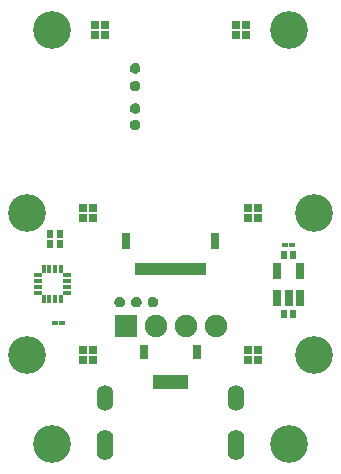
<source format=gbr>
G04*
G04 #@! TF.GenerationSoftware,Altium Limited,Altium Designer,24.1.2 (44)*
G04*
G04 Layer_Color=8388736*
%FSLAX25Y25*%
%MOIN*%
G70*
G04*
G04 #@! TF.SameCoordinates,EC497B79-CED4-4E58-A43C-F9202C23BEB1*
G04*
G04*
G04 #@! TF.FilePolarity,Negative*
G04*
G01*
G75*
%ADD25R,0.03162X0.04737*%
%ADD26R,0.01981X0.04737*%
%ADD27R,0.01981X0.04343*%
%ADD28R,0.02729X0.05426*%
%ADD29R,0.02729X0.05355*%
%ADD30R,0.01975X0.02526*%
%ADD31R,0.01851X0.01676*%
%ADD32R,0.01784X0.02572*%
%ADD33R,0.02572X0.01784*%
%ADD34R,0.03162X0.05524*%
%ADD35R,0.02572X0.02572*%
%ADD36O,0.05524X0.10249*%
%ADD37O,0.05524X0.08674*%
%ADD38C,0.07493*%
%ADD39R,0.07493X0.07493*%
%ADD40C,0.12611*%
G36*
X34407Y60828D02*
X34446Y60824D01*
X34446Y60824D01*
X34750Y60763D01*
X34750D01*
X34761Y60760D01*
X34787Y60752D01*
X34787Y60752D01*
X35074Y60633D01*
X35074Y60633D01*
X35108Y60615D01*
X35366Y60443D01*
X35366Y60443D01*
X35396Y60418D01*
X35615Y60199D01*
X35615Y60199D01*
X35640Y60169D01*
X35812Y59911D01*
X35830Y59877D01*
X35830Y59877D01*
X35949Y59590D01*
X35960Y59553D01*
X36021Y59249D01*
X36025Y59210D01*
Y59055D01*
Y58900D01*
X36021Y58861D01*
X35960Y58557D01*
X35949Y58520D01*
X35830Y58234D01*
X35830Y58233D01*
X35812Y58199D01*
X35640Y57941D01*
X35640Y57941D01*
X35615Y57911D01*
X35396Y57692D01*
X35396Y57692D01*
X35366Y57667D01*
X35108Y57495D01*
X35074Y57477D01*
X35074Y57477D01*
X34787Y57358D01*
X34750Y57347D01*
X34446Y57286D01*
X34407Y57283D01*
X34097D01*
X34058Y57286D01*
X33754Y57347D01*
X33717Y57358D01*
X33430Y57477D01*
X33430Y57477D01*
X33396Y57495D01*
X33138Y57667D01*
X33138Y57667D01*
X33108Y57692D01*
X32889Y57911D01*
X32889Y57911D01*
X32864Y57941D01*
X32692Y58199D01*
X32674Y58233D01*
X32674Y58234D01*
X32555Y58520D01*
X32544Y58557D01*
X32483Y58861D01*
X32479Y58900D01*
Y59055D01*
Y59055D01*
D01*
X32479Y59210D01*
X32483Y59249D01*
X32483Y59249D01*
X32544Y59553D01*
Y59553D01*
X32547Y59564D01*
X32555Y59590D01*
X32555Y59590D01*
X32674Y59877D01*
X32674Y59877D01*
X32692Y59911D01*
X32864Y60169D01*
X32864Y60169D01*
X32889Y60199D01*
X33108Y60418D01*
X33108Y60418D01*
X33138Y60443D01*
X33396Y60615D01*
X33430Y60633D01*
X33430Y60633D01*
X33717Y60752D01*
X33754Y60763D01*
X34058Y60824D01*
X34097Y60828D01*
X34252D01*
X34252D01*
D01*
X34407Y60828D01*
D02*
G37*
G36*
X39919D02*
X39957Y60824D01*
X39957Y60824D01*
X40262Y60763D01*
X40262D01*
X40273Y60760D01*
X40299Y60752D01*
X40299Y60752D01*
X40585Y60633D01*
X40585Y60633D01*
X40620Y60615D01*
X40878Y60443D01*
X40878Y60443D01*
X40907Y60418D01*
X41127Y60199D01*
X41127Y60199D01*
X41151Y60169D01*
X41324Y59911D01*
X41342Y59877D01*
X41342Y59877D01*
X41461Y59590D01*
X41472Y59553D01*
X41533Y59249D01*
X41536Y59210D01*
Y59055D01*
Y58900D01*
X41533Y58861D01*
X41472Y58557D01*
X41461Y58520D01*
X41342Y58234D01*
X41342Y58233D01*
X41324Y58199D01*
X41151Y57941D01*
X41151Y57941D01*
X41127Y57911D01*
X40908Y57692D01*
X40907Y57692D01*
X40878Y57667D01*
X40620Y57495D01*
X40585Y57477D01*
X40585Y57477D01*
X40299Y57358D01*
X40262Y57347D01*
X39957Y57286D01*
X39919Y57283D01*
X39609D01*
X39570Y57286D01*
X39266Y57347D01*
X39229Y57358D01*
X38942Y57477D01*
X38942Y57477D01*
X38908Y57495D01*
X38650Y57667D01*
X38650Y57667D01*
X38620Y57692D01*
X38401Y57911D01*
X38401Y57911D01*
X38376Y57941D01*
X38204Y58199D01*
X38186Y58233D01*
X38185Y58234D01*
X38067Y58520D01*
X38056Y58557D01*
X37995Y58861D01*
X37991Y58900D01*
Y59055D01*
Y59055D01*
D01*
X37991Y59210D01*
X37995Y59249D01*
X37995Y59249D01*
X38056Y59553D01*
Y59553D01*
X38059Y59564D01*
X38067Y59590D01*
X38067Y59590D01*
X38185Y59877D01*
X38186Y59877D01*
X38204Y59911D01*
X38376Y60169D01*
X38376Y60169D01*
X38401Y60199D01*
X38620Y60418D01*
X38620Y60418D01*
X38650Y60443D01*
X38908Y60615D01*
X38942Y60633D01*
X38942Y60633D01*
X39229Y60752D01*
X39266Y60763D01*
X39570Y60824D01*
X39609Y60828D01*
X39764D01*
D01*
X39764D01*
X39919Y60828D01*
D02*
G37*
G36*
X45431D02*
X45469Y60824D01*
X45469Y60824D01*
X45774Y60763D01*
X45774D01*
X45785Y60760D01*
X45811Y60752D01*
X45811Y60752D01*
X46097Y60633D01*
X46097Y60633D01*
X46131Y60615D01*
X46389Y60443D01*
X46389Y60443D01*
X46419Y60418D01*
X46639Y60199D01*
X46639Y60199D01*
X46663Y60169D01*
X46836Y59911D01*
X46854Y59877D01*
X46854Y59877D01*
X46973Y59590D01*
X46984Y59553D01*
X47044Y59249D01*
X47048Y59210D01*
Y59055D01*
Y58900D01*
X47044Y58861D01*
X46984Y58557D01*
X46973Y58520D01*
X46854Y58234D01*
X46854Y58233D01*
X46836Y58199D01*
X46663Y57941D01*
X46663Y57941D01*
X46639Y57911D01*
X46419Y57692D01*
X46419Y57692D01*
X46389Y57667D01*
X46131Y57495D01*
X46097Y57477D01*
X46097Y57477D01*
X45811Y57358D01*
X45774Y57347D01*
X45469Y57286D01*
X45431Y57283D01*
X45120D01*
X45082Y57286D01*
X44778Y57347D01*
X44741Y57358D01*
X44454Y57477D01*
X44454Y57477D01*
X44420Y57495D01*
X44162Y57667D01*
X44162Y57667D01*
X44132Y57692D01*
X43913Y57911D01*
X43913Y57911D01*
X43888Y57941D01*
X43716Y58199D01*
X43697Y58233D01*
X43697Y58234D01*
X43579Y58520D01*
X43567Y58557D01*
X43507Y58861D01*
X43503Y58900D01*
Y59055D01*
Y59055D01*
D01*
X43503Y59210D01*
X43507Y59249D01*
X43507Y59249D01*
X43567Y59553D01*
Y59553D01*
X43571Y59564D01*
X43579Y59590D01*
X43579Y59590D01*
X43697Y59877D01*
X43697Y59877D01*
X43716Y59911D01*
X43888Y60169D01*
X43888Y60169D01*
X43913Y60199D01*
X44132Y60418D01*
X44132Y60418D01*
X44162Y60443D01*
X44420Y60615D01*
X44454Y60633D01*
X44454Y60633D01*
X44741Y60752D01*
X44778Y60763D01*
X45082Y60824D01*
X45120Y60828D01*
X45276D01*
X45276D01*
D01*
X45431Y60828D01*
D02*
G37*
G36*
X39525Y119883D02*
X39564Y119879D01*
X39564Y119879D01*
X39868Y119818D01*
X39868D01*
X39879Y119815D01*
X39905Y119807D01*
X39905Y119807D01*
X40192Y119689D01*
X40192Y119689D01*
X40226Y119670D01*
X40484Y119498D01*
X40484Y119498D01*
X40514Y119473D01*
X40733Y119254D01*
X40733Y119254D01*
X40758Y119224D01*
X40930Y118966D01*
X40948Y118932D01*
X40948Y118932D01*
X41067Y118645D01*
X41078Y118608D01*
X41139Y118304D01*
X41143Y118265D01*
Y118110D01*
Y117955D01*
X41139Y117917D01*
X41078Y117612D01*
X41067Y117575D01*
X40948Y117289D01*
X40948Y117289D01*
X40930Y117254D01*
X40758Y116997D01*
X40758Y116997D01*
X40733Y116966D01*
X40514Y116747D01*
X40514Y116747D01*
X40484Y116723D01*
X40226Y116550D01*
X40192Y116532D01*
X40192Y116532D01*
X39905Y116413D01*
X39868Y116402D01*
X39564Y116341D01*
X39525Y116338D01*
X39215D01*
X39176Y116341D01*
X38872Y116402D01*
X38835Y116413D01*
X38548Y116532D01*
X38548Y116532D01*
X38514Y116550D01*
X38256Y116723D01*
X38256Y116723D01*
X38226Y116747D01*
X38007Y116966D01*
X38007Y116966D01*
X37982Y116997D01*
X37810Y117254D01*
X37792Y117289D01*
X37792Y117289D01*
X37673Y117575D01*
X37662Y117612D01*
X37601Y117917D01*
X37598Y117955D01*
Y118110D01*
D01*
Y118110D01*
X37598Y118265D01*
X37601Y118304D01*
X37601Y118304D01*
X37662Y118608D01*
Y118608D01*
X37665Y118619D01*
X37673Y118645D01*
X37673Y118645D01*
X37792Y118932D01*
X37792Y118932D01*
X37810Y118966D01*
X37982Y119224D01*
X37982Y119224D01*
X38007Y119254D01*
X38226Y119473D01*
X38226Y119473D01*
X38256Y119498D01*
X38514Y119670D01*
X38548Y119689D01*
X38548Y119689D01*
X38835Y119807D01*
X38872Y119818D01*
X39176Y119879D01*
X39215Y119883D01*
X39370D01*
D01*
X39370D01*
X39525Y119883D01*
D02*
G37*
G36*
Y125395D02*
X39564Y125391D01*
X39564Y125391D01*
X39868Y125330D01*
X39868D01*
X39879Y125327D01*
X39905Y125319D01*
X39905Y125319D01*
X40192Y125200D01*
X40192Y125200D01*
X40226Y125182D01*
X40484Y125010D01*
X40484Y125010D01*
X40514Y124985D01*
X40733Y124766D01*
X40733Y124766D01*
X40758Y124736D01*
X40930Y124478D01*
X40948Y124444D01*
X40948Y124444D01*
X41067Y124157D01*
X41078Y124120D01*
X41139Y123816D01*
X41143Y123777D01*
Y123622D01*
Y123467D01*
X41139Y123428D01*
X41078Y123124D01*
X41067Y123087D01*
X40948Y122801D01*
X40948Y122800D01*
X40930Y122766D01*
X40758Y122508D01*
X40758Y122508D01*
X40733Y122478D01*
X40514Y122259D01*
X40514Y122259D01*
X40484Y122234D01*
X40226Y122062D01*
X40192Y122044D01*
X40192Y122044D01*
X39905Y121925D01*
X39868Y121914D01*
X39564Y121853D01*
X39525Y121850D01*
X39215D01*
X39176Y121853D01*
X38872Y121914D01*
X38835Y121925D01*
X38548Y122044D01*
X38548Y122044D01*
X38514Y122062D01*
X38256Y122234D01*
X38256Y122234D01*
X38226Y122259D01*
X38007Y122478D01*
X38007Y122478D01*
X37982Y122508D01*
X37810Y122766D01*
X37792Y122800D01*
X37792Y122801D01*
X37673Y123087D01*
X37662Y123124D01*
X37601Y123428D01*
X37598Y123467D01*
Y123622D01*
Y123622D01*
D01*
X37598Y123777D01*
X37601Y123816D01*
X37601Y123816D01*
X37662Y124120D01*
Y124120D01*
X37665Y124131D01*
X37673Y124157D01*
X37673Y124157D01*
X37792Y124444D01*
X37792Y124444D01*
X37810Y124478D01*
X37982Y124736D01*
X37982Y124736D01*
X38007Y124766D01*
X38226Y124985D01*
X38226Y124985D01*
X38256Y125010D01*
X38514Y125182D01*
X38548Y125200D01*
X38548Y125200D01*
X38835Y125319D01*
X38872Y125330D01*
X39176Y125391D01*
X39215Y125395D01*
X39370D01*
D01*
X39370D01*
X39525Y125395D01*
D02*
G37*
G36*
Y132875D02*
X39564Y132871D01*
X39564Y132871D01*
X39868Y132811D01*
X39868D01*
X39879Y132807D01*
X39905Y132799D01*
X39905Y132799D01*
X40192Y132681D01*
X40192Y132681D01*
X40226Y132662D01*
X40484Y132490D01*
X40484Y132490D01*
X40514Y132466D01*
X40733Y132246D01*
X40733Y132246D01*
X40758Y132216D01*
X40930Y131958D01*
X40948Y131924D01*
X40948Y131924D01*
X41067Y131637D01*
X41078Y131600D01*
X41139Y131296D01*
X41143Y131257D01*
Y131102D01*
Y130947D01*
X41139Y130909D01*
X41078Y130604D01*
X41067Y130567D01*
X40948Y130281D01*
X40948Y130281D01*
X40930Y130246D01*
X40758Y129989D01*
X40758Y129989D01*
X40733Y129959D01*
X40514Y129739D01*
X40514Y129739D01*
X40484Y129715D01*
X40226Y129542D01*
X40192Y129524D01*
X40192Y129524D01*
X39905Y129405D01*
X39868Y129394D01*
X39564Y129334D01*
X39525Y129330D01*
X39215D01*
X39176Y129334D01*
X38872Y129394D01*
X38835Y129405D01*
X38548Y129524D01*
X38548Y129524D01*
X38514Y129542D01*
X38256Y129715D01*
X38256Y129715D01*
X38226Y129739D01*
X38007Y129959D01*
X38007Y129959D01*
X37982Y129989D01*
X37810Y130246D01*
X37792Y130281D01*
X37792Y130281D01*
X37673Y130567D01*
X37662Y130604D01*
X37601Y130909D01*
X37598Y130947D01*
Y131102D01*
D01*
Y131102D01*
X37598Y131257D01*
X37601Y131296D01*
X37601Y131296D01*
X37662Y131600D01*
Y131600D01*
X37665Y131612D01*
X37673Y131637D01*
X37673Y131637D01*
X37792Y131924D01*
X37792Y131924D01*
X37810Y131958D01*
X37982Y132216D01*
X37982Y132216D01*
X38007Y132246D01*
X38226Y132465D01*
X38226Y132466D01*
X38256Y132490D01*
X38514Y132662D01*
X38548Y132681D01*
X38548Y132681D01*
X38835Y132799D01*
X38872Y132811D01*
X39176Y132871D01*
X39215Y132875D01*
X39370D01*
D01*
X39370D01*
X39525Y132875D01*
D02*
G37*
G36*
Y138780D02*
X39564Y138777D01*
X39564Y138777D01*
X39868Y138716D01*
X39868D01*
X39879Y138713D01*
X39905Y138705D01*
X39905Y138705D01*
X40192Y138586D01*
X40192Y138586D01*
X40226Y138568D01*
X40484Y138396D01*
X40484Y138396D01*
X40514Y138371D01*
X40733Y138152D01*
X40733Y138152D01*
X40758Y138122D01*
X40930Y137864D01*
X40948Y137829D01*
X40948Y137829D01*
X41067Y137543D01*
X41078Y137506D01*
X41139Y137202D01*
X41143Y137163D01*
Y137008D01*
Y136853D01*
X41139Y136814D01*
X41078Y136510D01*
X41067Y136473D01*
X40948Y136186D01*
X40948Y136186D01*
X40930Y136152D01*
X40758Y135894D01*
X40758Y135894D01*
X40733Y135864D01*
X40514Y135645D01*
X40514Y135645D01*
X40484Y135620D01*
X40226Y135448D01*
X40192Y135430D01*
X40192Y135430D01*
X39905Y135311D01*
X39868Y135300D01*
X39564Y135239D01*
X39525Y135235D01*
X39215D01*
X39176Y135239D01*
X38872Y135300D01*
X38835Y135311D01*
X38548Y135430D01*
X38548Y135430D01*
X38514Y135448D01*
X38256Y135620D01*
X38256Y135620D01*
X38226Y135645D01*
X38007Y135864D01*
X38007Y135864D01*
X37982Y135894D01*
X37810Y136152D01*
X37792Y136186D01*
X37792Y136186D01*
X37673Y136473D01*
X37662Y136510D01*
X37601Y136814D01*
X37598Y136853D01*
Y137008D01*
Y137008D01*
D01*
X37598Y137163D01*
X37601Y137202D01*
X37601Y137202D01*
X37662Y137506D01*
Y137506D01*
X37665Y137517D01*
X37673Y137543D01*
X37673Y137543D01*
X37792Y137829D01*
X37792Y137829D01*
X37810Y137864D01*
X37982Y138122D01*
X37982Y138122D01*
X38007Y138152D01*
X38226Y138371D01*
X38226Y138371D01*
X38256Y138396D01*
X38514Y138568D01*
X38548Y138586D01*
X38548Y138586D01*
X38835Y138705D01*
X38872Y138716D01*
X39176Y138777D01*
X39215Y138780D01*
X39370D01*
D01*
X39370D01*
X39525Y138780D01*
D02*
G37*
D25*
X42323Y42323D02*
D03*
X60039D02*
D03*
D26*
X56102Y32480D02*
D03*
X54134D02*
D03*
X52165D02*
D03*
X50197D02*
D03*
X48228D02*
D03*
X46260D02*
D03*
D27*
X60039Y70079D02*
D03*
X58071D02*
D03*
X56102D02*
D03*
X54134D02*
D03*
X52165D02*
D03*
X50197D02*
D03*
X48228D02*
D03*
X46260D02*
D03*
X44291D02*
D03*
X42323D02*
D03*
X62008D02*
D03*
X40354D02*
D03*
D28*
X86811Y69503D02*
D03*
X94291D02*
D03*
D29*
Y60419D02*
D03*
X90551D02*
D03*
X86811D02*
D03*
D30*
X92126Y55118D02*
D03*
X88976D02*
D03*
Y74803D02*
D03*
X92126D02*
D03*
X11024Y78347D02*
D03*
X14173D02*
D03*
Y81890D02*
D03*
X11024D02*
D03*
D31*
X89471Y77953D02*
D03*
X91631D02*
D03*
X14860Y51968D02*
D03*
X12699D02*
D03*
D32*
X8858Y59988D02*
D03*
X10827D02*
D03*
X12796D02*
D03*
X14764D02*
D03*
X14763Y69933D02*
D03*
X12795D02*
D03*
X10826D02*
D03*
X8857D02*
D03*
D33*
X16783Y62008D02*
D03*
Y63977D02*
D03*
Y65945D02*
D03*
Y67914D02*
D03*
X6838Y67913D02*
D03*
Y65944D02*
D03*
Y63976D02*
D03*
Y62007D02*
D03*
D34*
X36417Y79528D02*
D03*
X65945Y79527D02*
D03*
D35*
X29232Y151279D02*
D03*
X25886D02*
D03*
X29232Y147934D02*
D03*
X25886Y147933D02*
D03*
X25295Y90256D02*
D03*
X21949D02*
D03*
X25295Y86911D02*
D03*
X21949Y86910D02*
D03*
X25295Y43012D02*
D03*
X21949D02*
D03*
X25295Y39667D02*
D03*
X21949Y39666D02*
D03*
X73130Y147933D02*
D03*
X76476D02*
D03*
X73130Y151278D02*
D03*
X76476Y151279D02*
D03*
X77067Y86910D02*
D03*
X80413D02*
D03*
X77067Y90255D02*
D03*
X80413Y90256D02*
D03*
X77067Y39666D02*
D03*
X80413D02*
D03*
X77067Y43011D02*
D03*
X80413Y43012D02*
D03*
D36*
X73150Y11437D02*
D03*
X29213D02*
D03*
D37*
Y27185D02*
D03*
X73150D02*
D03*
D38*
X66181Y51181D02*
D03*
X56181D02*
D03*
X46181D02*
D03*
D39*
X36181D02*
D03*
D40*
X99016Y41339D02*
D03*
X3347D02*
D03*
X99016Y88583D02*
D03*
X3347D02*
D03*
X11811Y149606D02*
D03*
X90551D02*
D03*
X11811Y11811D02*
D03*
X90551D02*
D03*
M02*

</source>
